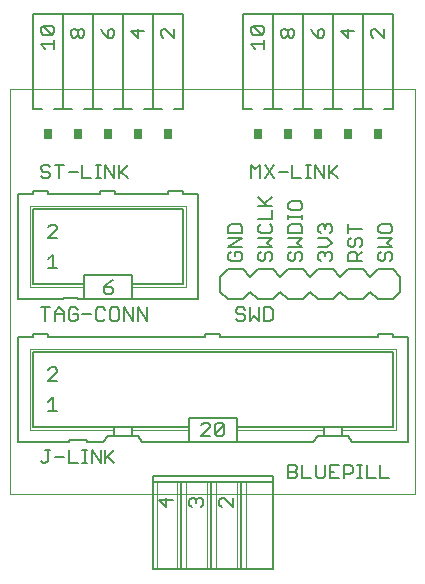
<source format=gto>
G75*
%MOIN*%
%OFA0B0*%
%FSLAX25Y25*%
%IPPOS*%
%LPD*%
%AMOC8*
5,1,8,0,0,1.08239X$1,22.5*
%
%ADD10C,0.00000*%
%ADD11C,0.00500*%
%ADD12C,0.00600*%
%ADD13C,0.00200*%
%ADD14R,0.02600X0.03200*%
D10*
X0014500Y0026300D02*
X0149500Y0026300D01*
X0149500Y0161300D01*
X0014500Y0161300D01*
X0014500Y0026300D01*
D11*
X0025501Y0036550D02*
X0026251Y0036550D01*
X0027002Y0037301D01*
X0027002Y0041054D01*
X0026251Y0041054D02*
X0027753Y0041054D01*
X0029354Y0038802D02*
X0032356Y0038802D01*
X0033958Y0041054D02*
X0033958Y0036550D01*
X0036960Y0036550D01*
X0038562Y0036550D02*
X0040063Y0036550D01*
X0039312Y0036550D02*
X0039312Y0041054D01*
X0038562Y0041054D02*
X0040063Y0041054D01*
X0041631Y0041054D02*
X0044634Y0036550D01*
X0044634Y0041054D01*
X0046235Y0041054D02*
X0046235Y0036550D01*
X0046235Y0038051D02*
X0049238Y0041054D01*
X0046986Y0038802D02*
X0049238Y0036550D01*
X0041631Y0036550D02*
X0041631Y0041054D01*
X0030253Y0054050D02*
X0027250Y0054050D01*
X0028751Y0054050D02*
X0028751Y0058554D01*
X0027250Y0057053D01*
X0027250Y0064050D02*
X0030253Y0067053D01*
X0030253Y0067803D01*
X0029502Y0068554D01*
X0028001Y0068554D01*
X0027250Y0067803D01*
X0027250Y0064050D02*
X0030253Y0064050D01*
X0029354Y0084050D02*
X0029354Y0087053D01*
X0030855Y0088554D01*
X0032356Y0087053D01*
X0032356Y0084050D01*
X0033958Y0084801D02*
X0034708Y0084050D01*
X0036210Y0084050D01*
X0036960Y0084801D01*
X0036960Y0086302D01*
X0035459Y0086302D01*
X0033958Y0087803D02*
X0033958Y0084801D01*
X0032356Y0086302D02*
X0029354Y0086302D01*
X0027753Y0088554D02*
X0024750Y0088554D01*
X0026251Y0088554D02*
X0026251Y0084050D01*
X0033958Y0087803D02*
X0034708Y0088554D01*
X0036210Y0088554D01*
X0036960Y0087803D01*
X0038562Y0086302D02*
X0041564Y0086302D01*
X0043166Y0087803D02*
X0043166Y0084801D01*
X0043916Y0084050D01*
X0045418Y0084050D01*
X0046168Y0084801D01*
X0047770Y0084801D02*
X0048520Y0084050D01*
X0050022Y0084050D01*
X0050772Y0084801D01*
X0050772Y0087803D01*
X0050022Y0088554D01*
X0048520Y0088554D01*
X0047770Y0087803D01*
X0047770Y0084801D01*
X0046168Y0087803D02*
X0045418Y0088554D01*
X0043916Y0088554D01*
X0043166Y0087803D01*
X0046501Y0093050D02*
X0048002Y0093050D01*
X0048753Y0093801D01*
X0048753Y0094551D01*
X0048002Y0095302D01*
X0045750Y0095302D01*
X0045750Y0093801D01*
X0046501Y0093050D01*
X0045750Y0095302D02*
X0047251Y0096803D01*
X0048753Y0097554D01*
X0052374Y0088554D02*
X0055376Y0084050D01*
X0055376Y0088554D01*
X0056977Y0088554D02*
X0059980Y0084050D01*
X0059980Y0088554D01*
X0056977Y0088554D02*
X0056977Y0084050D01*
X0052374Y0084050D02*
X0052374Y0088554D01*
X0030253Y0101550D02*
X0027250Y0101550D01*
X0028751Y0101550D02*
X0028751Y0106054D01*
X0027250Y0104553D01*
X0027250Y0111550D02*
X0030253Y0114553D01*
X0030253Y0115303D01*
X0029502Y0116054D01*
X0028001Y0116054D01*
X0027250Y0115303D01*
X0027250Y0111550D02*
X0030253Y0111550D01*
X0030855Y0131550D02*
X0030855Y0136054D01*
X0029354Y0136054D02*
X0032356Y0136054D01*
X0033958Y0133802D02*
X0036960Y0133802D01*
X0038562Y0136054D02*
X0038562Y0131550D01*
X0041564Y0131550D01*
X0043166Y0131550D02*
X0044667Y0131550D01*
X0043916Y0131550D02*
X0043916Y0136054D01*
X0043166Y0136054D02*
X0044667Y0136054D01*
X0046235Y0136054D02*
X0049238Y0131550D01*
X0049238Y0136054D01*
X0050839Y0136054D02*
X0050839Y0131550D01*
X0050839Y0133051D02*
X0053841Y0136054D01*
X0051590Y0133802D02*
X0053841Y0131550D01*
X0046235Y0131550D02*
X0046235Y0136054D01*
X0027753Y0135303D02*
X0027002Y0136054D01*
X0025501Y0136054D01*
X0024750Y0135303D01*
X0024750Y0134553D01*
X0025501Y0133802D01*
X0027002Y0133802D01*
X0027753Y0133051D01*
X0027753Y0132301D01*
X0027002Y0131550D01*
X0025501Y0131550D01*
X0024750Y0132301D01*
X0026247Y0174842D02*
X0024746Y0176343D01*
X0029250Y0176343D01*
X0029250Y0174842D02*
X0029250Y0177845D01*
X0028499Y0179446D02*
X0025497Y0182449D01*
X0028499Y0182449D01*
X0029250Y0181698D01*
X0029250Y0180197D01*
X0028499Y0179446D01*
X0025497Y0179446D01*
X0024746Y0180197D01*
X0024746Y0181698D01*
X0025497Y0182449D01*
X0034746Y0180698D02*
X0034746Y0179197D01*
X0035497Y0178446D01*
X0036247Y0178446D01*
X0036998Y0179197D01*
X0036998Y0180698D01*
X0037749Y0181449D01*
X0038499Y0181449D01*
X0039250Y0180698D01*
X0039250Y0179197D01*
X0038499Y0178446D01*
X0037749Y0178446D01*
X0036998Y0179197D01*
X0036998Y0180698D02*
X0036247Y0181449D01*
X0035497Y0181449D01*
X0034746Y0180698D01*
X0044746Y0181449D02*
X0045497Y0179947D01*
X0046998Y0178446D01*
X0046998Y0180698D01*
X0047749Y0181449D01*
X0048499Y0181449D01*
X0049250Y0180698D01*
X0049250Y0179197D01*
X0048499Y0178446D01*
X0046998Y0178446D01*
X0054746Y0180698D02*
X0056998Y0178446D01*
X0056998Y0181449D01*
X0059250Y0180698D02*
X0054746Y0180698D01*
X0064746Y0180698D02*
X0064746Y0179197D01*
X0065497Y0178446D01*
X0064746Y0180698D02*
X0065497Y0181449D01*
X0066247Y0181449D01*
X0069250Y0178446D01*
X0069250Y0181449D01*
X0094746Y0181698D02*
X0095497Y0182449D01*
X0098499Y0179446D01*
X0099250Y0180197D01*
X0099250Y0181698D01*
X0098499Y0182449D01*
X0095497Y0182449D01*
X0094746Y0181698D02*
X0094746Y0180197D01*
X0095497Y0179446D01*
X0098499Y0179446D01*
X0099250Y0177845D02*
X0099250Y0174842D01*
X0099250Y0176343D02*
X0094746Y0176343D01*
X0096247Y0174842D01*
X0104746Y0179197D02*
X0104746Y0180698D01*
X0105497Y0181449D01*
X0106247Y0181449D01*
X0106998Y0180698D01*
X0106998Y0179197D01*
X0106247Y0178446D01*
X0105497Y0178446D01*
X0104746Y0179197D01*
X0106998Y0179197D02*
X0107749Y0178446D01*
X0108499Y0178446D01*
X0109250Y0179197D01*
X0109250Y0180698D01*
X0108499Y0181449D01*
X0107749Y0181449D01*
X0106998Y0180698D01*
X0114746Y0181449D02*
X0115497Y0179947D01*
X0116998Y0178446D01*
X0116998Y0180698D01*
X0117749Y0181449D01*
X0118499Y0181449D01*
X0119250Y0180698D01*
X0119250Y0179197D01*
X0118499Y0178446D01*
X0116998Y0178446D01*
X0124746Y0180698D02*
X0126998Y0178446D01*
X0126998Y0181449D01*
X0129250Y0180698D02*
X0124746Y0180698D01*
X0134746Y0180698D02*
X0134746Y0179197D01*
X0135497Y0178446D01*
X0134746Y0180698D02*
X0135497Y0181449D01*
X0136247Y0181449D01*
X0139250Y0178446D01*
X0139250Y0181449D01*
X0123841Y0136054D02*
X0120839Y0133051D01*
X0121590Y0133802D02*
X0123841Y0131550D01*
X0120839Y0131550D02*
X0120839Y0136054D01*
X0119238Y0136054D02*
X0119238Y0131550D01*
X0116235Y0136054D01*
X0116235Y0131550D01*
X0114667Y0131550D02*
X0113166Y0131550D01*
X0113916Y0131550D02*
X0113916Y0136054D01*
X0113166Y0136054D02*
X0114667Y0136054D01*
X0111564Y0131550D02*
X0108562Y0131550D01*
X0108562Y0136054D01*
X0106960Y0133802D02*
X0103958Y0133802D01*
X0102356Y0136054D02*
X0099354Y0131550D01*
X0097753Y0131550D02*
X0097753Y0136054D01*
X0096251Y0134553D01*
X0094750Y0136054D01*
X0094750Y0131550D01*
X0099354Y0136054D02*
X0102356Y0131550D01*
X0101750Y0125468D02*
X0099498Y0123216D01*
X0100249Y0122466D02*
X0097246Y0125468D01*
X0097246Y0122466D02*
X0101750Y0122466D01*
X0101750Y0120864D02*
X0101750Y0117862D01*
X0097246Y0117862D01*
X0097997Y0116260D02*
X0097246Y0115510D01*
X0097246Y0114008D01*
X0097997Y0113258D01*
X0100999Y0113258D01*
X0101750Y0114008D01*
X0101750Y0115510D01*
X0100999Y0116260D01*
X0101750Y0111656D02*
X0097246Y0111656D01*
X0097246Y0108654D02*
X0101750Y0108654D01*
X0100249Y0110155D01*
X0101750Y0111656D01*
X0100999Y0107053D02*
X0101750Y0106302D01*
X0101750Y0104801D01*
X0100999Y0104050D01*
X0099498Y0104801D02*
X0099498Y0106302D01*
X0100249Y0107053D01*
X0100999Y0107053D01*
X0099498Y0104801D02*
X0098747Y0104050D01*
X0097997Y0104050D01*
X0097246Y0104801D01*
X0097246Y0106302D01*
X0097997Y0107053D01*
X0091750Y0106302D02*
X0091750Y0104801D01*
X0090999Y0104050D01*
X0087997Y0104050D01*
X0087246Y0104801D01*
X0087246Y0106302D01*
X0087997Y0107053D01*
X0089498Y0107053D02*
X0089498Y0105551D01*
X0089498Y0107053D02*
X0090999Y0107053D01*
X0091750Y0106302D01*
X0091750Y0108654D02*
X0087246Y0108654D01*
X0091750Y0111656D01*
X0087246Y0111656D01*
X0087246Y0113258D02*
X0087246Y0115510D01*
X0087997Y0116260D01*
X0090999Y0116260D01*
X0091750Y0115510D01*
X0091750Y0113258D01*
X0087246Y0113258D01*
X0107246Y0113258D02*
X0107246Y0115510D01*
X0107997Y0116260D01*
X0110999Y0116260D01*
X0111750Y0115510D01*
X0111750Y0113258D01*
X0107246Y0113258D01*
X0107246Y0111656D02*
X0111750Y0111656D01*
X0110249Y0110155D01*
X0111750Y0108654D01*
X0107246Y0108654D01*
X0107997Y0107053D02*
X0107246Y0106302D01*
X0107246Y0104801D01*
X0107997Y0104050D01*
X0108747Y0104050D01*
X0109498Y0104801D01*
X0109498Y0106302D01*
X0110249Y0107053D01*
X0110999Y0107053D01*
X0111750Y0106302D01*
X0111750Y0104801D01*
X0110999Y0104050D01*
X0117246Y0104801D02*
X0117246Y0106302D01*
X0117997Y0107053D01*
X0118747Y0107053D01*
X0119498Y0106302D01*
X0120249Y0107053D01*
X0120999Y0107053D01*
X0121750Y0106302D01*
X0121750Y0104801D01*
X0120999Y0104050D01*
X0119498Y0105551D02*
X0119498Y0106302D01*
X0120249Y0108654D02*
X0117246Y0108654D01*
X0117246Y0111656D02*
X0120249Y0111656D01*
X0121750Y0110155D01*
X0120249Y0108654D01*
X0117246Y0104801D02*
X0117997Y0104050D01*
X0117997Y0113258D02*
X0117246Y0114008D01*
X0117246Y0115510D01*
X0117997Y0116260D01*
X0118747Y0116260D01*
X0119498Y0115510D01*
X0120249Y0116260D01*
X0120999Y0116260D01*
X0121750Y0115510D01*
X0121750Y0114008D01*
X0120999Y0113258D01*
X0119498Y0114759D02*
X0119498Y0115510D01*
X0111750Y0117862D02*
X0111750Y0119363D01*
X0111750Y0118612D02*
X0107246Y0118612D01*
X0107246Y0117862D02*
X0107246Y0119363D01*
X0107997Y0120931D02*
X0110999Y0120931D01*
X0111750Y0121682D01*
X0111750Y0123183D01*
X0110999Y0123934D01*
X0107997Y0123934D01*
X0107246Y0123183D01*
X0107246Y0121682D01*
X0107997Y0120931D01*
X0127246Y0116260D02*
X0127246Y0113258D01*
X0127246Y0114759D02*
X0131750Y0114759D01*
X0130999Y0111656D02*
X0131750Y0110906D01*
X0131750Y0109405D01*
X0130999Y0108654D01*
X0129498Y0109405D02*
X0129498Y0110906D01*
X0130249Y0111656D01*
X0130999Y0111656D01*
X0129498Y0109405D02*
X0128747Y0108654D01*
X0127997Y0108654D01*
X0127246Y0109405D01*
X0127246Y0110906D01*
X0127997Y0111656D01*
X0127997Y0107053D02*
X0129498Y0107053D01*
X0130249Y0106302D01*
X0130249Y0104050D01*
X0131750Y0104050D02*
X0127246Y0104050D01*
X0127246Y0106302D01*
X0127997Y0107053D01*
X0130249Y0105551D02*
X0131750Y0107053D01*
X0137246Y0106302D02*
X0137246Y0104801D01*
X0137997Y0104050D01*
X0138747Y0104050D01*
X0139498Y0104801D01*
X0139498Y0106302D01*
X0140249Y0107053D01*
X0140999Y0107053D01*
X0141750Y0106302D01*
X0141750Y0104801D01*
X0140999Y0104050D01*
X0137997Y0107053D02*
X0137246Y0106302D01*
X0137246Y0108654D02*
X0141750Y0108654D01*
X0140249Y0110155D01*
X0141750Y0111656D01*
X0137246Y0111656D01*
X0137997Y0113258D02*
X0137246Y0114008D01*
X0137246Y0115510D01*
X0137997Y0116260D01*
X0140999Y0116260D01*
X0141750Y0115510D01*
X0141750Y0114008D01*
X0140999Y0113258D01*
X0137997Y0113258D01*
X0101960Y0087803D02*
X0101960Y0084801D01*
X0101210Y0084050D01*
X0098958Y0084050D01*
X0098958Y0088554D01*
X0101210Y0088554D01*
X0101960Y0087803D01*
X0097356Y0088554D02*
X0097356Y0084050D01*
X0095855Y0085551D01*
X0094354Y0084050D01*
X0094354Y0088554D01*
X0092753Y0087803D02*
X0092002Y0088554D01*
X0090501Y0088554D01*
X0089750Y0087803D01*
X0089750Y0087053D01*
X0090501Y0086302D01*
X0092002Y0086302D01*
X0092753Y0085551D01*
X0092753Y0084801D01*
X0092002Y0084050D01*
X0090501Y0084050D01*
X0089750Y0084801D01*
X0085106Y0050054D02*
X0083605Y0050054D01*
X0082854Y0049303D01*
X0082854Y0046301D01*
X0085856Y0049303D01*
X0085856Y0046301D01*
X0085106Y0045550D01*
X0083605Y0045550D01*
X0082854Y0046301D01*
X0081253Y0045550D02*
X0078250Y0045550D01*
X0081253Y0048553D01*
X0081253Y0049303D01*
X0080502Y0050054D01*
X0079001Y0050054D01*
X0078250Y0049303D01*
X0085106Y0050054D02*
X0085856Y0049303D01*
X0085747Y0024949D02*
X0084997Y0024949D01*
X0084246Y0024198D01*
X0084246Y0022697D01*
X0084997Y0021946D01*
X0085747Y0024949D02*
X0088750Y0021946D01*
X0088750Y0024949D01*
X0078750Y0024198D02*
X0078750Y0022697D01*
X0077999Y0021946D01*
X0076498Y0023447D02*
X0076498Y0024198D01*
X0077249Y0024949D01*
X0077999Y0024949D01*
X0078750Y0024198D01*
X0076498Y0024198D02*
X0075747Y0024949D01*
X0074997Y0024949D01*
X0074246Y0024198D01*
X0074246Y0022697D01*
X0074997Y0021946D01*
X0068750Y0024198D02*
X0064246Y0024198D01*
X0066498Y0021946D01*
X0066498Y0024949D01*
X0107250Y0031550D02*
X0109502Y0031550D01*
X0110253Y0032301D01*
X0110253Y0033051D01*
X0109502Y0033802D01*
X0107250Y0033802D01*
X0107250Y0036054D02*
X0109502Y0036054D01*
X0110253Y0035303D01*
X0110253Y0034553D01*
X0109502Y0033802D01*
X0107250Y0031550D02*
X0107250Y0036054D01*
X0111854Y0036054D02*
X0111854Y0031550D01*
X0114856Y0031550D01*
X0116458Y0032301D02*
X0117208Y0031550D01*
X0118710Y0031550D01*
X0119460Y0032301D01*
X0119460Y0036054D01*
X0121062Y0036054D02*
X0121062Y0031550D01*
X0124064Y0031550D01*
X0125666Y0031550D02*
X0125666Y0036054D01*
X0127918Y0036054D01*
X0128668Y0035303D01*
X0128668Y0033802D01*
X0127918Y0033051D01*
X0125666Y0033051D01*
X0122563Y0033802D02*
X0121062Y0033802D01*
X0121062Y0036054D02*
X0124064Y0036054D01*
X0130270Y0036054D02*
X0131771Y0036054D01*
X0131020Y0036054D02*
X0131020Y0031550D01*
X0130270Y0031550D02*
X0131771Y0031550D01*
X0133339Y0031550D02*
X0136341Y0031550D01*
X0137943Y0031550D02*
X0140945Y0031550D01*
X0137943Y0031550D02*
X0137943Y0036054D01*
X0133339Y0036054D02*
X0133339Y0031550D01*
X0116458Y0032301D02*
X0116458Y0036054D01*
X0025501Y0036550D02*
X0024750Y0037301D01*
D12*
X0017000Y0043800D02*
X0034000Y0043800D01*
X0034000Y0044300D01*
X0040000Y0044300D01*
X0040000Y0043800D01*
X0045500Y0043800D01*
X0047000Y0045800D01*
X0049000Y0045800D01*
X0055000Y0045800D01*
X0057000Y0045800D01*
X0058500Y0043800D01*
X0074000Y0043800D01*
X0074000Y0047800D01*
X0074000Y0048800D01*
X0055000Y0048800D01*
X0049000Y0048800D01*
X0022000Y0048800D01*
X0022000Y0073800D01*
X0142000Y0073800D01*
X0142000Y0048800D01*
X0125000Y0048800D01*
X0119000Y0048800D01*
X0090000Y0048800D01*
X0090000Y0047800D01*
X0090000Y0043800D01*
X0074000Y0043800D01*
X0074000Y0048800D02*
X0074000Y0051800D01*
X0090000Y0051800D01*
X0090000Y0048800D01*
X0090000Y0043800D02*
X0115500Y0043800D01*
X0117000Y0045800D01*
X0119000Y0045800D01*
X0125000Y0045800D01*
X0125000Y0047800D01*
X0125000Y0048800D01*
X0125000Y0045800D02*
X0127000Y0045800D01*
X0128500Y0043800D01*
X0147000Y0043800D01*
X0147000Y0078800D01*
X0142000Y0078800D01*
X0142000Y0079800D01*
X0137000Y0079800D01*
X0137000Y0078800D01*
X0084500Y0078800D01*
X0084500Y0079800D01*
X0079500Y0079800D01*
X0079500Y0078800D01*
X0027000Y0078800D01*
X0027000Y0079800D01*
X0022000Y0079800D01*
X0022000Y0078800D01*
X0017000Y0078800D01*
X0017000Y0043800D01*
X0049000Y0045800D02*
X0049000Y0047800D01*
X0049000Y0048800D01*
X0055000Y0048800D02*
X0055000Y0047800D01*
X0055000Y0045800D01*
X0062000Y0032300D02*
X0062000Y0030300D01*
X0062000Y0001300D01*
X0063500Y0001300D01*
X0070000Y0001300D01*
X0071500Y0001300D01*
X0071500Y0030300D01*
X0070000Y0030300D01*
X0063500Y0030300D01*
X0062000Y0030300D01*
X0062000Y0032300D02*
X0102000Y0032300D01*
X0102000Y0030300D01*
X0093000Y0030300D01*
X0091500Y0030300D01*
X0091500Y0001300D01*
X0090000Y0001300D01*
X0083000Y0001300D01*
X0081500Y0001300D01*
X0081500Y0030300D01*
X0080000Y0030300D01*
X0073000Y0030300D01*
X0071500Y0030300D01*
X0081500Y0030300D02*
X0083000Y0030300D01*
X0090000Y0030300D01*
X0091500Y0030300D01*
X0102000Y0030300D02*
X0102000Y0001300D01*
X0093000Y0001300D01*
X0091500Y0001300D01*
X0081500Y0001300D02*
X0080000Y0001300D01*
X0073000Y0001300D01*
X0071500Y0001300D01*
X0119000Y0045800D02*
X0119000Y0047800D01*
X0119000Y0048800D01*
X0117000Y0091300D02*
X0122000Y0091300D01*
X0124500Y0093800D01*
X0127000Y0091300D01*
X0132000Y0091300D01*
X0134500Y0093800D01*
X0137000Y0091300D01*
X0142000Y0091300D01*
X0144500Y0093800D01*
X0144500Y0098800D01*
X0142000Y0101300D01*
X0137000Y0101300D01*
X0134500Y0098800D01*
X0132000Y0101300D01*
X0127000Y0101300D01*
X0124500Y0098800D01*
X0122000Y0101300D01*
X0117000Y0101300D01*
X0114500Y0098800D01*
X0112000Y0101300D01*
X0107000Y0101300D01*
X0104500Y0098800D01*
X0102000Y0101300D01*
X0097000Y0101300D01*
X0094500Y0098800D01*
X0092000Y0101300D01*
X0087000Y0101300D01*
X0084500Y0098800D01*
X0084500Y0093800D01*
X0087000Y0091300D01*
X0092000Y0091300D01*
X0094500Y0093800D01*
X0097000Y0091300D01*
X0102000Y0091300D01*
X0104500Y0093800D01*
X0107000Y0091300D01*
X0112000Y0091300D01*
X0114500Y0093800D01*
X0117000Y0091300D01*
X0077000Y0091300D02*
X0055000Y0091300D01*
X0055000Y0095300D01*
X0055000Y0096300D01*
X0072000Y0096300D01*
X0072000Y0121300D01*
X0022000Y0121300D01*
X0022000Y0096300D01*
X0039000Y0096300D01*
X0039000Y0095300D01*
X0039000Y0091300D01*
X0037000Y0091300D01*
X0037000Y0091800D01*
X0032000Y0091800D01*
X0032000Y0091300D01*
X0017000Y0091300D01*
X0017000Y0126300D01*
X0022000Y0126300D01*
X0022000Y0127300D01*
X0027000Y0127300D01*
X0027000Y0126300D01*
X0044500Y0126300D01*
X0044500Y0127300D01*
X0049500Y0127300D01*
X0049500Y0126300D01*
X0067000Y0126300D01*
X0067000Y0127300D01*
X0072000Y0127300D01*
X0072000Y0126300D01*
X0077000Y0126300D01*
X0077000Y0091300D01*
X0055000Y0091300D02*
X0039000Y0091300D01*
X0039000Y0096300D02*
X0039000Y0099300D01*
X0055000Y0099300D01*
X0055000Y0096300D01*
X0055000Y0154800D02*
X0052000Y0154800D01*
X0049000Y0154800D01*
X0052000Y0154800D02*
X0052000Y0186300D01*
X0042000Y0186300D01*
X0032000Y0186300D01*
X0022000Y0186300D01*
X0022000Y0154800D01*
X0025000Y0154800D01*
X0029000Y0154800D02*
X0032000Y0154800D01*
X0035000Y0154800D01*
X0032000Y0154800D02*
X0032000Y0186300D01*
X0042000Y0186300D02*
X0042000Y0154800D01*
X0039000Y0154800D01*
X0042000Y0154800D02*
X0045000Y0154800D01*
X0059000Y0154800D02*
X0062000Y0154800D01*
X0062000Y0186300D01*
X0072000Y0186300D01*
X0072000Y0154800D01*
X0069000Y0154800D01*
X0065000Y0154800D02*
X0062000Y0154800D01*
X0062000Y0186300D02*
X0052000Y0186300D01*
X0092000Y0186300D02*
X0092000Y0154800D01*
X0095000Y0154800D01*
X0099000Y0154800D02*
X0102000Y0154800D01*
X0105000Y0154800D01*
X0102000Y0154800D02*
X0102000Y0186300D01*
X0112000Y0186300D01*
X0112000Y0154800D01*
X0109000Y0154800D01*
X0112000Y0154800D02*
X0115000Y0154800D01*
X0119000Y0154800D02*
X0122000Y0154800D01*
X0122000Y0186300D01*
X0112000Y0186300D01*
X0102000Y0186300D02*
X0092000Y0186300D01*
X0122000Y0186300D02*
X0132000Y0186300D01*
X0142000Y0186300D01*
X0142000Y0154800D01*
X0139000Y0154800D01*
X0135000Y0154800D02*
X0132000Y0154800D01*
X0129000Y0154800D01*
X0132000Y0154800D02*
X0132000Y0186300D01*
X0125000Y0154800D02*
X0122000Y0154800D01*
D13*
X0073000Y0122300D02*
X0021000Y0122300D01*
X0021000Y0095300D01*
X0039000Y0095300D01*
X0055000Y0095300D02*
X0073000Y0095300D01*
X0073000Y0122300D01*
X0021000Y0074800D02*
X0021000Y0047800D01*
X0049000Y0047800D01*
X0055000Y0047800D02*
X0074000Y0047800D01*
X0090000Y0047800D02*
X0119000Y0047800D01*
X0125000Y0047800D02*
X0143000Y0047800D01*
X0143000Y0074800D01*
X0021000Y0074800D01*
X0063500Y0030300D02*
X0063500Y0001300D01*
X0070000Y0001300D02*
X0070000Y0030300D01*
X0073000Y0030300D02*
X0073000Y0001300D01*
X0080000Y0001300D02*
X0080000Y0030300D01*
X0083000Y0030300D02*
X0083000Y0001300D01*
X0090000Y0001300D02*
X0090000Y0030300D01*
X0093000Y0030300D02*
X0093000Y0001300D01*
D14*
X0097000Y0146300D03*
X0107000Y0146300D03*
X0117000Y0146300D03*
X0127000Y0146300D03*
X0137000Y0146300D03*
X0067000Y0146300D03*
X0057000Y0146300D03*
X0047000Y0146300D03*
X0037000Y0146300D03*
X0027000Y0146300D03*
M02*

</source>
